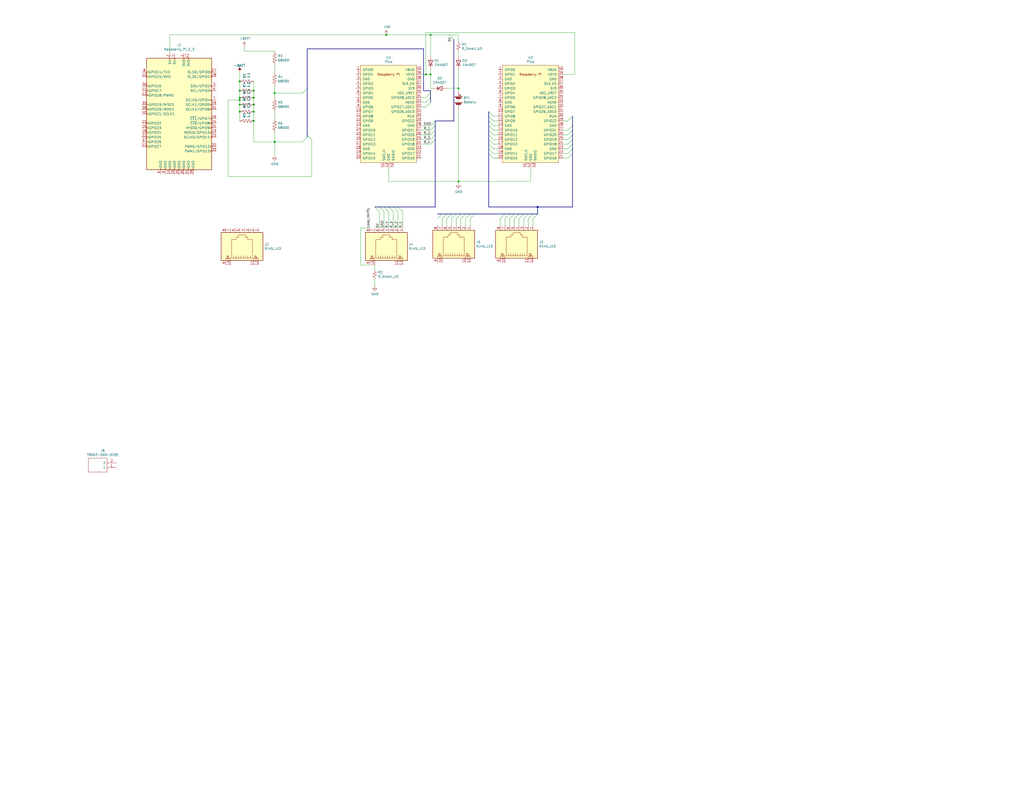
<source format=kicad_sch>
(kicad_sch (version 20211123) (generator eeschema)
  (paper "C")
  (lib_symbols
    (symbol "Connector:RJ45_LED" (pin_names (offset 1.016))
      (property "Reference" "J" (at -5.08 13.97 0))
      (property "Value" "RJ45_LED" (at 1.27 13.97 0))
      (symbol "RJ45_LED_0_1"
        (polyline (pts (xy -7.62 -7.62) (xy -6.35 -7.62)))
        (polyline (pts (xy -7.62 -5.08) (xy -6.35 -5.08)))
        (polyline (pts (xy -7.62 7.62) (xy -6.35 7.62)))
        (polyline (pts (xy -7.62 10.16) (xy -6.35 10.16)))
        (polyline (pts (xy -6.858 -5.842) (xy -5.842 -5.842)))
        (polyline (pts (xy -6.858 9.398) (xy -5.842 9.398)))
        (polyline (pts (xy -6.35 -7.62) (xy -6.35 -6.858)))
        (polyline (pts (xy -6.35 -5.08) (xy -6.35 -5.842)))
        (polyline (pts (xy -6.35 7.62) (xy -6.35 8.382)))
        (polyline (pts (xy -6.35 10.16) (xy -6.35 9.398)))
        (polyline (pts (xy -5.08 -6.223) (xy -5.207 -6.604)))
        (polyline (pts (xy -5.08 -5.588) (xy -5.207 -5.969)))
        (polyline (pts (xy -5.08 4.445) (xy -6.35 4.445)))
        (polyline (pts (xy -5.08 5.715) (xy -6.35 5.715)))
        (polyline (pts (xy -5.08 9.017) (xy -5.207 8.636)))
        (polyline (pts (xy -5.08 9.652) (xy -5.207 9.271)))
        (polyline (pts (xy -6.35 -3.175) (xy -5.08 -3.175) (xy -5.08 -3.175)))
        (polyline (pts (xy -6.35 -1.905) (xy -5.08 -1.905) (xy -5.08 -1.905)))
        (polyline (pts (xy -6.35 -0.635) (xy -5.08 -0.635) (xy -5.08 -0.635)))
        (polyline (pts (xy -6.35 0.635) (xy -5.08 0.635) (xy -5.08 0.635)))
        (polyline (pts (xy -6.35 1.905) (xy -5.08 1.905) (xy -5.08 1.905)))
        (polyline (pts (xy -5.588 -6.731) (xy -5.08 -6.223) (xy -5.461 -6.35)))
        (polyline (pts (xy -5.588 -6.096) (xy -5.08 -5.588) (xy -5.461 -5.715)))
        (polyline (pts (xy -5.588 8.509) (xy -5.08 9.017) (xy -5.461 8.89)))
        (polyline (pts (xy -5.588 9.144) (xy -5.08 9.652) (xy -5.461 9.525)))
        (polyline (pts (xy -5.08 3.175) (xy -6.35 3.175) (xy -6.35 3.175)))
        (polyline (pts (xy -6.35 -5.842) (xy -6.858 -6.858) (xy -5.842 -6.858) (xy -6.35 -5.842)))
        (polyline (pts (xy -6.35 9.398) (xy -6.858 8.382) (xy -5.842 8.382) (xy -6.35 9.398)))
        (polyline (pts (xy -6.35 -4.445) (xy -6.35 6.985) (xy 3.81 6.985) (xy 3.81 4.445) (xy 5.08 4.445) (xy 5.08 3.175) (xy 6.35 3.175) (xy 6.35 -0.635) (xy 5.08 -0.635) (xy 5.08 -1.905) (xy 3.81 -1.905) (xy 3.81 -4.445) (xy -6.35 -4.445) (xy -6.35 -4.445)))
        (rectangle (start 7.62 12.7) (end -7.62 -10.16) (stroke (width 0.254)) (fill (type background)))
      )
      (symbol "RJ45_LED_1_1"
        (pin passive line (at 10.16 -7.62 180) (length 2.54) (name "~") (number "1"))
        (pin passive line (at -10.16 7.62 0) (length 2.54) (name "~") (number "10"))
        (pin passive line (at -10.16 -5.08 0) (length 2.54) (name "~") (number "11"))
        (pin passive line (at -10.16 -7.62 0) (length 2.54) (name "~") (number "12"))
        (pin passive line (at 10.16 -5.08 180) (length 2.54) (name "~") (number "2"))
        (pin passive line (at 10.16 -2.54 180) (length 2.54) (name "~") (number "3"))
        (pin passive line (at 10.16 0 180) (length 2.54) (name "~") (number "4"))
        (pin passive line (at 10.16 2.54 180) (length 2.54) (name "~") (number "5"))
        (pin passive line (at 10.16 5.08 180) (length 2.54) (name "~") (number "6"))
        (pin passive line (at 10.16 7.62 180) (length 2.54) (name "~") (number "7"))
        (pin passive line (at 10.16 10.16 180) (length 2.54) (name "~") (number "8"))
        (pin passive line (at -10.16 10.16 0) (length 2.54) (name "~") (number "9"))
      )
    )
    (symbol "Connector:Raspberry_Pi_2_3" (pin_names (offset 1.016))
      (property "Reference" "J" (at -17.78 31.75 0))
      (property "Value" "Raspberry_Pi_2_3" (at 10.16 -31.75 0))
      (symbol "Raspberry_Pi_2_3_0_1"
        (rectangle (start -17.78 30.48) (end 17.78 -30.48) (stroke (width 0.254)) (fill (type background)))
      )
      (symbol "Raspberry_Pi_2_3_1_1"
        (rectangle (start -16.891 -17.526) (end -17.78 -18.034))
        (rectangle (start -16.891 -14.986) (end -17.78 -15.494))
        (rectangle (start -16.891 -12.446) (end -17.78 -12.954))
        (rectangle (start -16.891 -9.906) (end -17.78 -10.414))
        (rectangle (start -16.891 -7.366) (end -17.78 -7.874))
        (rectangle (start -16.891 -4.826) (end -17.78 -5.334))
        (rectangle (start -16.891 0.254) (end -17.78 -0.254))
        (rectangle (start -16.891 2.794) (end -17.78 2.286))
        (rectangle (start -16.891 5.334) (end -17.78 4.826))
        (rectangle (start -16.891 10.414) (end -17.78 9.906))
        (rectangle (start -16.891 12.954) (end -17.78 12.446))
        (rectangle (start -16.891 15.494) (end -17.78 14.986))
        (rectangle (start -16.891 20.574) (end -17.78 20.066))
        (rectangle (start -16.891 23.114) (end -17.78 22.606))
        (rectangle (start -10.414 -29.591) (end -9.906 -30.48))
        (rectangle (start -7.874 -29.591) (end -7.366 -30.48))
        (rectangle (start -5.334 -29.591) (end -4.826 -30.48))
        (rectangle (start -5.334 30.48) (end -4.826 29.591))
        (rectangle (start -2.794 -29.591) (end -2.286 -30.48))
        (rectangle (start -2.794 30.48) (end -2.286 29.591))
        (rectangle (start -0.254 -29.591) (end 0.254 -30.48))
        (rectangle (start 2.286 -29.591) (end 2.794 -30.48))
        (rectangle (start 2.286 30.48) (end 2.794 29.591))
        (rectangle (start 4.826 -29.591) (end 5.334 -30.48))
        (rectangle (start 4.826 30.48) (end 5.334 29.591))
        (rectangle (start 7.366 -29.591) (end 7.874 -30.48))
        (rectangle (start 17.78 -20.066) (end 16.891 -20.574))
        (rectangle (start 17.78 -17.526) (end 16.891 -18.034))
        (rectangle (start 17.78 -12.446) (end 16.891 -12.954))
        (rectangle (start 17.78 -9.906) (end 16.891 -10.414))
        (rectangle (start 17.78 -7.366) (end 16.891 -7.874))
        (rectangle (start 17.78 -4.826) (end 16.891 -5.334))
        (rectangle (start 17.78 -2.286) (end 16.891 -2.794))
        (rectangle (start 17.78 2.794) (end 16.891 2.286))
        (rectangle (start 17.78 5.334) (end 16.891 4.826))
        (rectangle (start 17.78 7.874) (end 16.891 7.366))
        (rectangle (start 17.78 12.954) (end 16.891 12.446))
        (rectangle (start 17.78 15.494) (end 16.891 14.986))
        (rectangle (start 17.78 20.574) (end 16.891 20.066))
        (rectangle (start 17.78 23.114) (end 16.891 22.606))
        (pin power_in line (at 2.54 33.02 270) (length 2.54) (name "3V3") (number "1"))
        (pin bidirectional line (at -20.32 20.32 0) (length 2.54) (name "GPIO15/RXD") (number "10"))
        (pin bidirectional line (at -20.32 12.7 0) (length 2.54) (name "GPIO17") (number "11"))
        (pin bidirectional line (at -20.32 10.16 0) (length 2.54) (name "GPIO18/PWM0") (number "12"))
        (pin bidirectional line (at -20.32 -17.78 0) (length 2.54) (name "GPIO27") (number "13"))
        (pin power_in line (at -5.08 -33.02 90) (length 2.54) (name "GND") (number "14"))
        (pin bidirectional line (at -20.32 -5.08 0) (length 2.54) (name "GPIO22") (number "15"))
        (pin bidirectional line (at -20.32 -7.62 0) (length 2.54) (name "GPIO23") (number "16"))
        (pin power_in line (at 5.08 33.02 270) (length 2.54) (name "3V3") (number "17"))
        (pin bidirectional line (at -20.32 -10.16 0) (length 2.54) (name "GPIO24") (number "18"))
        (pin bidirectional line (at 20.32 -10.16 180) (length 2.54) (name "MOSI0/GPIO10") (number "19"))
        (pin power_in line (at -5.08 33.02 270) (length 2.54) (name "5V") (number "2"))
        (pin power_in line (at -2.54 -33.02 90) (length 2.54) (name "GND") (number "20"))
        (pin bidirectional line (at 20.32 -7.62 180) (length 2.54) (name "MISO0/GPIO9") (number "21"))
        (pin bidirectional line (at -20.32 -12.7 0) (length 2.54) (name "GPIO25") (number "22"))
        (pin bidirectional line (at 20.32 -12.7 180) (length 2.54) (name "SCLK0/GPIO11") (number "23"))
        (pin bidirectional line (at 20.32 -5.08 180) (length 2.54) (name "~{CE0}/GPIO8") (number "24"))
        (pin power_in line (at 0 -33.02 90) (length 2.54) (name "GND") (number "25"))
        (pin bidirectional line (at 20.32 -2.54 180) (length 2.54) (name "~{CE1}/GPIO7") (number "26"))
        (pin bidirectional line (at 20.32 22.86 180) (length 2.54) (name "ID_SD/GPIO0") (number "27"))
        (pin bidirectional line (at 20.32 20.32 180) (length 2.54) (name "ID_SC/GPIO1") (number "28"))
        (pin bidirectional line (at 20.32 5.08 180) (length 2.54) (name "GCLK1/GPIO5") (number "29"))
        (pin bidirectional line (at 20.32 15.24 180) (length 2.54) (name "SDA/GPIO2") (number "3"))
        (pin power_in line (at 2.54 -33.02 90) (length 2.54) (name "GND") (number "30"))
        (pin bidirectional line (at 20.32 2.54 180) (length 2.54) (name "GCLK2/GPIO6") (number "31"))
        (pin bidirectional line (at 20.32 -17.78 180) (length 2.54) (name "PWM0/GPIO12") (number "32"))
        (pin bidirectional line (at 20.32 -20.32 180) (length 2.54) (name "PWM1/GPIO13") (number "33"))
        (pin power_in line (at 5.08 -33.02 90) (length 2.54) (name "GND") (number "34"))
        (pin bidirectional line (at -20.32 5.08 0) (length 2.54) (name "GPIO19/MISO1") (number "35"))
        (pin bidirectional line (at -20.32 15.24 0) (length 2.54) (name "GPIO16") (number "36"))
        (pin bidirectional line (at -20.32 -15.24 0) (length 2.54) (name "GPIO26") (number "37"))
        (pin bidirectional line (at -20.32 2.54 0) (length 2.54) (name "GPIO20/MOSI1") (number "38"))
        (pin power_in line (at 7.62 -33.02 90) (length 2.54) (name "GND") (number "39"))
        (pin power_in line (at -2.54 33.02 270) (length 2.54) (name "5V") (number "4"))
        (pin bidirectional line (at -20.32 0 0) (length 2.54) (name "GPIO21/SCLK1") (number "40"))
        (pin bidirectional line (at 20.32 12.7 180) (length 2.54) (name "SCL/GPIO3") (number "5"))
        (pin power_in line (at -10.16 -33.02 90) (length 2.54) (name "GND") (number "6"))
        (pin bidirectional line (at 20.32 7.62 180) (length 2.54) (name "GCLK0/GPIO4") (number "7"))
        (pin bidirectional line (at -20.32 22.86 0) (length 2.54) (name "GPIO14/TXD") (number "8"))
        (pin power_in line (at -7.62 -33.02 90) (length 2.54) (name "GND") (number "9"))
      )
    )
    (symbol "Device:Battery" (pin_numbers hide) (pin_names (offset 0) hide)
      (property "Reference" "BT" (at 2.54 2.54 0))
      (property "Value" "Battery" (at 2.54 0 0))
      (symbol "Battery_0_1"
        (rectangle (start -2.032 -1.397) (end 2.032 -1.651) (fill (type outline)))
        (rectangle (start -2.032 1.778) (end 2.032 1.524) (fill (type outline)))
        (rectangle (start -1.3208 -1.9812) (end 1.27 -2.4892) (fill (type outline)))
        (rectangle (start -1.3208 1.1938) (end 1.27 0.6858) (fill (type outline)))
        (polyline (pts (xy 0 -1.524) (xy 0 -1.27)))
        (polyline (pts (xy 0 -1.016) (xy 0 -0.762)))
        (polyline (pts (xy 0 -0.508) (xy 0 -0.254)))
        (polyline (pts (xy 0 0) (xy 0 0.254)))
        (polyline (pts (xy 0 0.508) (xy 0 0.762)))
        (polyline (pts (xy 0 1.778) (xy 0 2.54)))
        (polyline (pts (xy 0.254 2.667) (xy 1.27 2.667)) (stroke (width 0.254)))
        (polyline (pts (xy 0.762 3.175) (xy 0.762 2.159)) (stroke (width 0.254)))
      )
      (symbol "Battery_1_1"
        (pin passive line (at 0 5.08 270) (length 2.54) (name "+") (number "1"))
        (pin passive line (at 0 -5.08 90) (length 2.54) (name "-") (number "2"))
      )
    )
    (symbol "Device:R_Small_US" (pin_numbers hide) (pin_names (offset 0.254) hide)
      (property "Reference" "R" (at 0.762 0.508 0))
      (property "Value" "R_Small_US" (at 0.762 -1.016 0))
      (symbol "R_Small_US_1_1"
        (polyline (pts (xy 0 0) (xy 1.016 -0.381) (xy 0 -0.762) (xy -1.016 -1.143) (xy 0 -1.524)))
        (polyline (pts (xy 0 1.524) (xy 1.016 1.143) (xy 0 0.762) (xy -1.016 0.381) (xy 0 0)))
        (pin passive line (at 0 2.54 270) (length 1.016) (name "~") (number "1"))
        (pin passive line (at 0 -2.54 90) (length 1.016) (name "~") (number "2"))
      )
    )
    (symbol "Device:R_US" (pin_numbers hide) (pin_names (offset 0))
      (property "Reference" "R" (at 2.54 0 90))
      (property "Value" "R_US" (at -2.54 0 90))
      (symbol "R_US_0_1"
        (polyline (pts (xy 0 -2.286) (xy 0 -2.54)))
        (polyline (pts (xy 0 2.286) (xy 0 2.54)))
        (polyline (pts (xy 0 -0.762) (xy 1.016 -1.143) (xy 0 -1.524) (xy -1.016 -1.905) (xy 0 -2.286)))
        (polyline (pts (xy 0 0.762) (xy 1.016 0.381) (xy 0 0) (xy -1.016 -0.381) (xy 0 -0.762)))
        (polyline (pts (xy 0 2.286) (xy 1.016 1.905) (xy 0 1.524) (xy -1.016 1.143) (xy 0 0.762)))
      )
      (symbol "R_US_1_1"
        (pin passive line (at 0 3.81 270) (length 1.27) (name "~") (number "1"))
        (pin passive line (at 0 -3.81 90) (length 1.27) (name "~") (number "2"))
      )
    )
    (symbol "Diode:1N4007" (pin_numbers hide) (pin_names (offset 1.016) hide)
      (property "Reference" "D" (at 0 2.54 0))
      (property "Value" "1N4007" (at 0 -2.54 0))
      (symbol "1N4007_0_1"
        (polyline (pts (xy -1.27 1.27) (xy -1.27 -1.27)) (stroke (width 0.254)))
        (polyline (pts (xy 1.27 0) (xy -1.27 0)))
        (polyline (pts (xy 1.27 1.27) (xy 1.27 -1.27) (xy -1.27 0) (xy 1.27 1.27)) (stroke (width 0.254)))
      )
      (symbol "1N4007_1_1"
        (pin passive line (at -3.81 0 0) (length 2.54) (name "K") (number "1"))
        (pin passive line (at 3.81 0 180) (length 2.54) (name "A") (number "2"))
      )
    )
    (symbol "power:+5V" (power) (pin_names (offset 0))
      (property "Value" "+5V" (at 0 3.556 0))
      (symbol "+5V_0_1"
        (polyline (pts (xy -0.762 1.27) (xy 0 2.54)))
        (polyline (pts (xy 0 0) (xy 0 2.54)))
        (polyline (pts (xy 0 2.54) (xy 0.762 1.27)))
      )
      (symbol "+5V_1_1"
        (pin power_in line (at 0 0 90) (length 0) hide (name "+5V") (number "1"))
      )
    )
    (symbol "power:+BATT" (power) (pin_names (offset 0))
      (property "Value" "+BATT" (at 0 3.556 0))
      (symbol "+BATT_0_1"
        (polyline (pts (xy -0.762 1.27) (xy 0 2.54)))
        (polyline (pts (xy 0 0) (xy 0 2.54)))
        (polyline (pts (xy 0 2.54) (xy 0.762 1.27)))
      )
      (symbol "+BATT_1_1"
        (pin power_in line (at 0 0 90) (length 0) hide (name "+BATT") (number "1"))
      )
    )
    (symbol "power:-BATT" (power) (pin_names (offset 0))
      (property "Value" "-BATT" (at 0 3.556 0))
      (symbol "-BATT_0_1"
        (polyline (pts (xy 0 0) (xy 0 2.54)))
        (polyline (pts (xy 0.762 1.27) (xy -0.762 1.27) (xy 0 2.54) (xy 0.762 1.27)) (fill (type outline)))
      )
      (symbol "-BATT_1_1"
        (pin power_in line (at 0 0 90) (length 0) hide (name "-BATT") (number "1"))
      )
    )
    (symbol "power:GND" (power) (pin_names (offset 0))
      (property "Value" "GND" (at 0 -3.81 0))
      (symbol "GND_0_1"
        (polyline (pts (xy 0 0) (xy 0 -1.27) (xy 1.27 -1.27) (xy 0 -2.54) (xy -1.27 -1.27) (xy 0 -1.27)))
      )
      (symbol "GND_1_1"
        (pin power_in line (at 0 0 270) (length 0) hide (name "GND") (number "1"))
      )
    )
    (symbol "powerboard-rescue:Pico-Raspi_Pico" (pin_names (offset 1.016))
      (property "Reference" "U" (at -13.97 27.94 0))
      (property "Value" "Pico-Raspi_Pico" (at 0 19.05 0))
      (symbol "Pico-Raspi_Pico_0_0"
        (text "Raspberry Pi" (at 0 21.59 0) (effects (font (size 1.27 1.27))))
      )
      (symbol "Pico-Raspi_Pico_0_1"
        (rectangle (start -15.24 26.67) (end 15.24 -26.67) (fill (type background)))
      )
      (symbol "Pico-Raspi_Pico_1_1"
        (pin bidirectional line (at -17.78 24.13 0) (length 2.54) (name "GPIO0") (number "1"))
        (pin bidirectional line (at -17.78 1.27 0) (length 2.54) (name "GPIO7") (number "10"))
        (pin bidirectional line (at -17.78 -1.27 0) (length 2.54) (name "GPIO8") (number "11"))
        (pin bidirectional line (at -17.78 -3.81 0) (length 2.54) (name "GPIO9") (number "12"))
        (pin power_in line (at -17.78 -6.35 0) (length 2.54) (name "GND") (number "13"))
        (pin bidirectional line (at -17.78 -8.89 0) (length 2.54) (name "GPIO10") (number "14"))
        (pin bidirectional line (at -17.78 -11.43 0) (length 2.54) (name "GPIO11") (number "15"))
        (pin bidirectional line (at -17.78 -13.97 0) (length 2.54) (name "GPIO12") (number "16"))
        (pin bidirectional line (at -17.78 -16.51 0) (length 2.54) (name "GPIO13") (number "17"))
        (pin power_in line (at -17.78 -19.05 0) (length 2.54) (name "GND") (number "18"))
        (pin bidirectional line (at -17.78 -21.59 0) (length 2.54) (name "GPIO14") (number "19"))
        (pin bidirectional line (at -17.78 21.59 0) (length 2.54) (name "GPIO1") (number "2"))
        (pin bidirectional line (at -17.78 -24.13 0) (length 2.54) (name "GPIO15") (number "20"))
        (pin bidirectional line (at 17.78 -24.13 180) (length 2.54) (name "GPIO16") (number "21"))
        (pin bidirectional line (at 17.78 -21.59 180) (length 2.54) (name "GPIO17") (number "22"))
        (pin power_in line (at 17.78 -19.05 180) (length 2.54) (name "GND") (number "23"))
        (pin bidirectional line (at 17.78 -16.51 180) (length 2.54) (name "GPIO18") (number "24"))
        (pin bidirectional line (at 17.78 -13.97 180) (length 2.54) (name "GPIO19") (number "25"))
        (pin bidirectional line (at 17.78 -11.43 180) (length 2.54) (name "GPIO20") (number "26"))
        (pin bidirectional line (at 17.78 -8.89 180) (length 2.54) (name "GPIO21") (number "27"))
        (pin power_in line (at 17.78 -6.35 180) (length 2.54) (name "GND") (number "28"))
        (pin bidirectional line (at 17.78 -3.81 180) (length 2.54) (name "GPIO22") (number "29"))
        (pin power_in line (at -17.78 19.05 0) (length 2.54) (name "GND") (number "3"))
        (pin input line (at 17.78 -1.27 180) (length 2.54) (name "RUN") (number "30"))
        (pin bidirectional line (at 17.78 1.27 180) (length 2.54) (name "GPIO26_ADC0") (number "31"))
        (pin bidirectional line (at 17.78 3.81 180) (length 2.54) (name "GPIO27_ADC1") (number "32"))
        (pin power_in line (at 17.78 6.35 180) (length 2.54) (name "AGND") (number "33"))
        (pin bidirectional line (at 17.78 8.89 180) (length 2.54) (name "GPIO28_ADC2") (number "34"))
        (pin unspecified line (at 17.78 11.43 180) (length 2.54) (name "ADC_VREF") (number "35"))
        (pin unspecified line (at 17.78 13.97 180) (length 2.54) (name "3V3") (number "36"))
        (pin input line (at 17.78 16.51 180) (length 2.54) (name "3V3_EN") (number "37"))
        (pin bidirectional line (at 17.78 19.05 180) (length 2.54) (name "GND") (number "38"))
        (pin unspecified line (at 17.78 21.59 180) (length 2.54) (name "VSYS") (number "39"))
        (pin bidirectional line (at -17.78 16.51 0) (length 2.54) (name "GPIO2") (number "4"))
        (pin unspecified line (at 17.78 24.13 180) (length 2.54) (name "VBUS") (number "40"))
        (pin input line (at -2.54 -29.21 90) (length 2.54) (name "SWCLK") (number "41"))
        (pin power_in line (at 0 -29.21 90) (length 2.54) (name "GND") (number "42"))
        (pin bidirectional line (at 2.54 -29.21 90) (length 2.54) (name "SWDIO") (number "43"))
        (pin bidirectional line (at -17.78 13.97 0) (length 2.54) (name "GPIO3") (number "5"))
        (pin bidirectional line (at -17.78 11.43 0) (length 2.54) (name "GPIO4") (number "6"))
        (pin bidirectional line (at -17.78 8.89 0) (length 2.54) (name "GPIO5") (number "7"))
        (pin power_in line (at -17.78 6.35 0) (length 2.54) (name "GND") (number "8"))
        (pin bidirectional line (at -17.78 3.81 0) (length 2.54) (name "GPIO6") (number "9"))
      )
    )
    (symbol "powerboard-rescue:TB002-500-02BE-imported" (pin_names (offset 0.762))
      (property "Reference" "J" (at 16.51 7.62 0))
      (property "Value" "TB002-500-02BE-imported" (at 16.51 5.08 0))
      (symbol "TB002-500-02BE-imported_0_0"
        (pin passive line (at 0 0 0) (length 5.08) (name "1") (number "1"))
        (pin passive line (at 0 -2.54 0) (length 5.08) (name "2") (number "2"))
      )
      (symbol "TB002-500-02BE-imported_0_1"
        (polyline (pts (xy 5.08 2.54) (xy 15.24 2.54) (xy 15.24 -5.08) (xy 5.08 -5.08) (xy 5.08 2.54)) (stroke (width 0.1524)))
      )
    )
  )
  (junction (at 130.81 49.53))
  (junction (at 293.37 113.03))
  (junction (at 130.81 57.15))
  (junction (at 149.86 77.47))
  (junction (at 130.81 60.96))
  (junction (at 232.41 40.64))
  (junction (at 138.43 49.53))
  (junction (at 234.95 19.05))
  (junction (at 210.82 19.05))
  (junction (at 138.43 66.04))
  (junction (at 149.86 50.8))
  (junction (at 234.95 40.64))
  (junction (at 250.19 99.06))
  (junction (at 250.19 48.26))
  (junction (at 130.81 53.34))
  (junction (at 138.43 60.96))
  (junction (at 138.43 57.15))
  (junction (at 130.81 44.45))
  (junction (at 138.43 53.34))
  (junction (at 130.81 54.61))
  (bus_entry (at 234.95 53.34) (size -2.54 2.54))
  (bus_entry (at 214.63 113.03) (size 2.54 2.54))
  (bus_entry (at 312.42 76.2) (size -2.54 2.54))
  (bus_entry (at 312.42 68.58) (size -2.54 2.54))
  (bus_entry (at 266.7 83.82) (size 2.54 2.54))
  (bus_entry (at 209.55 113.03) (size 2.54 2.54))
  (bus_entry (at 266.7 63.5) (size 2.54 2.54))
  (bus_entry (at 266.7 73.66) (size 2.54 2.54))
  (bus_entry (at 241.3 116.84) (size -2.54 2.54))
  (bus_entry (at 247.65 21.59) (size -2.54 -2.54))
  (bus_entry (at 312.42 83.82) (size -2.54 2.54))
  (bus_entry (at 290.83 116.84) (size -2.54 2.54))
  (bus_entry (at 237.49 76.2) (size -2.54 2.54))
  (bus_entry (at 283.21 116.84) (size -2.54 2.54))
  (bus_entry (at 312.42 71.12) (size -2.54 2.54))
  (bus_entry (at 237.49 73.66) (size -2.54 2.54))
  (bus_entry (at 212.09 113.03) (size 2.54 2.54))
  (bus_entry (at 259.08 116.84) (size -2.54 2.54))
  (bus_entry (at 312.42 73.66) (size -2.54 2.54))
  (bus_entry (at 237.49 68.58) (size -2.54 2.54))
  (bus_entry (at 234.95 50.8) (size -2.54 2.54))
  (bus_entry (at 280.67 116.84) (size -2.54 2.54))
  (bus_entry (at 248.92 116.84) (size -2.54 2.54))
  (bus_entry (at 266.7 68.58) (size 2.54 2.54))
  (bus_entry (at 293.37 116.84) (size -2.54 2.54))
  (bus_entry (at 232.41 58.42) (size 2.54 -2.54))
  (bus_entry (at 312.42 63.5) (size -2.54 2.54))
  (bus_entry (at 243.84 116.84) (size -2.54 2.54))
  (bus_entry (at 266.7 60.96) (size 2.54 2.54))
  (bus_entry (at 204.47 113.03) (size 2.54 2.54))
  (bus_entry (at 266.7 66.04) (size 2.54 2.54))
  (bus_entry (at 312.42 78.74) (size -2.54 2.54))
  (bus_entry (at 246.38 116.84) (size -2.54 2.54))
  (bus_entry (at 266.7 81.28) (size 2.54 2.54))
  (bus_entry (at 278.13 116.84) (size -2.54 2.54))
  (bus_entry (at 266.7 76.2) (size 2.54 2.54))
  (bus_entry (at 167.64 73.66) (size 2.54 2.54))
  (bus_entry (at 288.29 116.84) (size -2.54 2.54))
  (bus_entry (at 237.49 71.12) (size -2.54 2.54))
  (bus_entry (at 167.64 74.93) (size -2.54 2.54))
  (bus_entry (at 254 116.84) (size -2.54 2.54))
  (bus_entry (at 266.7 78.74) (size 2.54 2.54))
  (bus_entry (at 266.7 71.12) (size 2.54 2.54))
  (bus_entry (at 285.75 116.84) (size -2.54 2.54))
  (bus_entry (at 237.49 66.04) (size -2.54 2.54))
  (bus_entry (at 167.64 48.26) (size -2.54 2.54))
  (bus_entry (at 312.42 81.28) (size -2.54 2.54))
  (bus_entry (at 217.17 113.03) (size 2.54 2.54))
  (bus_entry (at 251.46 116.84) (size -2.54 2.54))
  (bus_entry (at 275.59 116.84) (size -2.54 2.54))
  (bus_entry (at 207.01 113.03) (size 2.54 2.54))
  (bus_entry (at 256.54 116.84) (size -2.54 2.54))
  (wire (pts (xy 309.88 76.2) (xy 307.34 76.2)))
  (wire (pts (xy 138.43 44.45) (xy 138.43 49.53)))
  (wire (pts (xy 130.81 49.53) (xy 130.81 44.45)))
  (wire (pts (xy 149.86 53.34) (xy 149.86 50.8)))
  (bus (pts (xy 234.95 49.53) (xy 231.14 49.53)))
  (bus (pts (xy 231.14 49.53) (xy 231.14 26.67)))
  (bus (pts (xy 266.7 63.5) (xy 266.7 66.04)))
  (bus (pts (xy 280.67 116.84) (xy 283.21 116.84)))
  (wire (pts (xy 248.92 123.19) (xy 248.92 119.38)))
  (wire (pts (xy 307.34 83.82) (xy 309.88 83.82)))
  (wire (pts (xy 289.56 99.06) (xy 289.56 91.44)))
  (wire (pts (xy 275.59 123.19) (xy 275.59 119.38)))
  (bus (pts (xy 237.49 68.58) (xy 237.49 71.12)))
  (wire (pts (xy 307.34 73.66) (xy 309.88 73.66)))
  (bus (pts (xy 266.7 68.58) (xy 266.7 71.12)))
  (wire (pts (xy 149.86 39.37) (xy 149.86 35.56)))
  (wire (pts (xy 149.86 72.39) (xy 149.86 77.47)))
  (wire (pts (xy 165.1 50.8) (xy 149.86 50.8)))
  (bus (pts (xy 266.7 78.74) (xy 266.7 81.28)))
  (wire (pts (xy 229.87 71.12) (xy 234.95 71.12)))
  (bus (pts (xy 246.38 116.84) (xy 248.92 116.84)))
  (wire (pts (xy 256.54 123.19) (xy 256.54 119.38)))
  (wire (pts (xy 217.17 124.46) (xy 217.17 115.57)))
  (wire (pts (xy 271.78 86.36) (xy 269.24 86.36)))
  (bus (pts (xy 259.08 116.84) (xy 275.59 116.84)))
  (wire (pts (xy 250.19 49.53) (xy 250.19 48.26)))
  (wire (pts (xy 124.46 96.52) (xy 124.46 54.61)))
  (wire (pts (xy 133.35 27.94) (xy 133.35 25.4)))
  (wire (pts (xy 283.21 123.19) (xy 283.21 119.38)))
  (wire (pts (xy 250.19 99.06) (xy 289.56 99.06)))
  (wire (pts (xy 130.81 54.61) (xy 130.81 53.34)))
  (wire (pts (xy 196.85 144.78) (xy 196.85 124.46)))
  (wire (pts (xy 149.86 64.77) (xy 149.86 60.96)))
  (wire (pts (xy 234.95 19.05) (xy 245.11 19.05)))
  (wire (pts (xy 229.87 78.74) (xy 234.95 78.74)))
  (bus (pts (xy 248.92 116.84) (xy 251.46 116.84)))
  (wire (pts (xy 229.87 53.34) (xy 232.41 53.34)))
  (wire (pts (xy 204.47 152.4) (xy 204.47 156.21)))
  (wire (pts (xy 243.84 119.38) (xy 243.84 123.19)))
  (bus (pts (xy 266.7 76.2) (xy 266.7 78.74)))
  (wire (pts (xy 234.95 48.26) (xy 236.22 48.26)))
  (wire (pts (xy 288.29 123.19) (xy 288.29 119.38)))
  (wire (pts (xy 232.41 55.88) (xy 229.87 55.88)))
  (bus (pts (xy 266.7 71.12) (xy 266.7 73.66)))
  (wire (pts (xy 309.88 81.28) (xy 307.34 81.28)))
  (wire (pts (xy 232.41 40.64) (xy 232.41 17.78)))
  (wire (pts (xy 232.41 40.64) (xy 234.95 40.64)))
  (wire (pts (xy 234.95 40.64) (xy 234.95 48.26)))
  (bus (pts (xy 312.42 78.74) (xy 312.42 81.28)))
  (wire (pts (xy 219.71 124.46) (xy 219.71 115.57)))
  (wire (pts (xy 232.41 17.78) (xy 313.69 17.78)))
  (bus (pts (xy 247.65 66.04) (xy 247.65 21.59)))
  (wire (pts (xy 149.86 27.94) (xy 133.35 27.94)))
  (bus (pts (xy 312.42 83.82) (xy 312.42 113.03)))
  (bus (pts (xy 212.09 113.03) (xy 214.63 113.03)))
  (wire (pts (xy 149.86 77.47) (xy 149.86 85.09)))
  (bus (pts (xy 234.95 49.53) (xy 234.95 50.8)))
  (wire (pts (xy 138.43 49.53) (xy 138.43 53.34)))
  (wire (pts (xy 250.19 38.1) (xy 250.19 48.26)))
  (bus (pts (xy 293.37 113.03) (xy 266.7 113.03)))
  (wire (pts (xy 207.01 115.57) (xy 207.01 124.46)))
  (wire (pts (xy 251.46 123.19) (xy 251.46 119.38)))
  (wire (pts (xy 269.24 68.58) (xy 271.78 68.58)))
  (wire (pts (xy 245.11 19.05) (xy 250.19 19.05)))
  (wire (pts (xy 170.18 76.2) (xy 170.18 96.52)))
  (wire (pts (xy 254 123.19) (xy 254 119.38)))
  (wire (pts (xy 210.82 19.05) (xy 92.71 19.05)))
  (bus (pts (xy 214.63 113.03) (xy 217.17 113.03)))
  (wire (pts (xy 271.78 76.2) (xy 269.24 76.2)))
  (wire (pts (xy 313.69 40.64) (xy 307.34 40.64)))
  (bus (pts (xy 237.49 66.04) (xy 247.65 66.04)))
  (wire (pts (xy 250.19 59.69) (xy 250.19 99.06)))
  (wire (pts (xy 307.34 78.74) (xy 309.88 78.74)))
  (bus (pts (xy 254 116.84) (xy 256.54 116.84)))
  (bus (pts (xy 288.29 116.84) (xy 290.83 116.84)))
  (wire (pts (xy 138.43 53.34) (xy 138.43 57.15)))
  (wire (pts (xy 130.81 53.34) (xy 130.81 49.53)))
  (bus (pts (xy 237.49 71.12) (xy 237.49 73.66)))
  (wire (pts (xy 271.78 66.04) (xy 269.24 66.04)))
  (bus (pts (xy 167.64 48.26) (xy 167.64 73.66)))
  (wire (pts (xy 250.19 30.48) (xy 250.19 27.94)))
  (wire (pts (xy 209.55 115.57) (xy 209.55 124.46)))
  (wire (pts (xy 229.87 58.42) (xy 232.41 58.42)))
  (bus (pts (xy 207.01 113.03) (xy 209.55 113.03)))
  (bus (pts (xy 167.64 73.66) (xy 167.64 74.93)))
  (wire (pts (xy 201.93 144.78) (xy 196.85 144.78)))
  (wire (pts (xy 138.43 66.04) (xy 138.43 77.47)))
  (wire (pts (xy 170.18 96.52) (xy 124.46 96.52)))
  (bus (pts (xy 266.7 60.96) (xy 266.7 63.5)))
  (bus (pts (xy 312.42 73.66) (xy 312.42 76.2)))
  (bus (pts (xy 266.7 66.04) (xy 266.7 68.58)))
  (bus (pts (xy 243.84 116.84) (xy 246.38 116.84)))
  (wire (pts (xy 307.34 66.04) (xy 309.88 66.04)))
  (wire (pts (xy 138.43 77.47) (xy 149.86 77.47)))
  (bus (pts (xy 275.59 116.84) (xy 278.13 116.84)))
  (wire (pts (xy 196.85 124.46) (xy 201.93 124.46)))
  (wire (pts (xy 278.13 123.19) (xy 278.13 119.38)))
  (wire (pts (xy 92.71 19.05) (xy 92.71 29.21)))
  (wire (pts (xy 250.19 99.06) (xy 212.09 99.06)))
  (wire (pts (xy 130.81 39.37) (xy 130.81 44.45)))
  (wire (pts (xy 285.75 123.19) (xy 285.75 119.38)))
  (bus (pts (xy 293.37 113.03) (xy 293.37 116.84)))
  (wire (pts (xy 149.86 77.47) (xy 165.1 77.47)))
  (wire (pts (xy 130.81 66.04) (xy 130.81 60.96)))
  (bus (pts (xy 285.75 116.84) (xy 288.29 116.84)))
  (wire (pts (xy 269.24 63.5) (xy 271.78 63.5)))
  (bus (pts (xy 251.46 116.84) (xy 254 116.84)))
  (wire (pts (xy 229.87 40.64) (xy 232.41 40.64)))
  (wire (pts (xy 149.86 50.8) (xy 149.86 46.99)))
  (wire (pts (xy 229.87 73.66) (xy 234.95 73.66)))
  (wire (pts (xy 138.43 60.96) (xy 138.43 66.04)))
  (wire (pts (xy 309.88 71.12) (xy 307.34 71.12)))
  (bus (pts (xy 241.3 116.84) (xy 243.84 116.84)))
  (wire (pts (xy 229.87 76.2) (xy 234.95 76.2)))
  (bus (pts (xy 234.95 53.34) (xy 234.95 55.88)))
  (wire (pts (xy 138.43 57.15) (xy 138.43 60.96)))
  (wire (pts (xy 234.95 19.05) (xy 234.95 30.48)))
  (wire (pts (xy 212.09 124.46) (xy 212.09 115.57)))
  (wire (pts (xy 124.46 54.61) (xy 130.81 54.61)))
  (bus (pts (xy 278.13 116.84) (xy 280.67 116.84)))
  (wire (pts (xy 210.82 19.05) (xy 234.95 19.05)))
  (wire (pts (xy 313.69 17.78) (xy 313.69 40.64)))
  (bus (pts (xy 237.49 66.04) (xy 237.49 68.58)))
  (bus (pts (xy 217.17 113.03) (xy 237.49 113.03)))
  (wire (pts (xy 212.09 99.06) (xy 212.09 91.44)))
  (wire (pts (xy 130.81 60.96) (xy 130.81 57.15)))
  (wire (pts (xy 271.78 81.28) (xy 269.24 81.28)))
  (bus (pts (xy 312.42 76.2) (xy 312.42 78.74)))
  (bus (pts (xy 256.54 116.84) (xy 259.08 116.84)))
  (bus (pts (xy 293.37 113.03) (xy 312.42 113.03)))
  (wire (pts (xy 309.88 86.36) (xy 307.34 86.36)))
  (wire (pts (xy 280.67 123.19) (xy 280.67 119.38)))
  (wire (pts (xy 130.81 57.15) (xy 130.81 54.61)))
  (bus (pts (xy 204.47 113.03) (xy 207.01 113.03)))
  (bus (pts (xy 290.83 116.84) (xy 293.37 116.84)))
  (bus (pts (xy 312.42 71.12) (xy 312.42 73.66)))
  (bus (pts (xy 283.21 116.84) (xy 285.75 116.84)))
  (wire (pts (xy 269.24 83.82) (xy 271.78 83.82)))
  (bus (pts (xy 266.7 83.82) (xy 266.7 113.03)))
  (wire (pts (xy 269.24 78.74) (xy 271.78 78.74)))
  (wire (pts (xy 229.87 68.58) (xy 234.95 68.58)))
  (wire (pts (xy 204.47 144.78) (xy 204.47 147.32)))
  (wire (pts (xy 234.95 38.1) (xy 234.95 40.64)))
  (wire (pts (xy 214.63 124.46) (xy 214.63 115.57)))
  (wire (pts (xy 273.05 123.19) (xy 273.05 119.38)))
  (bus (pts (xy 266.7 81.28) (xy 266.7 83.82)))
  (wire (pts (xy 269.24 73.66) (xy 271.78 73.66)))
  (bus (pts (xy 312.42 63.5) (xy 312.42 68.58)))
  (wire (pts (xy 241.3 123.19) (xy 241.3 119.38)))
  (wire (pts (xy 250.19 48.26) (xy 243.84 48.26)))
  (bus (pts (xy 231.14 26.67) (xy 167.64 26.67)))
  (bus (pts (xy 238.76 116.84) (xy 241.3 116.84)))
  (bus (pts (xy 237.49 73.66) (xy 237.49 76.2)))
  (bus (pts (xy 167.64 26.67) (xy 167.64 48.26)))
  (wire (pts (xy 246.38 123.19) (xy 246.38 119.38)))
  (wire (pts (xy 290.83 123.19) (xy 290.83 119.38)))
  (bus (pts (xy 209.55 113.03) (xy 212.09 113.03)))
  (bus (pts (xy 312.42 81.28) (xy 312.42 83.82)))
  (bus (pts (xy 234.95 50.8) (xy 234.95 53.34)))
  (bus (pts (xy 237.49 76.2) (xy 237.49 113.03)))
  (wire (pts (xy 250.19 22.86) (xy 250.19 19.05)))
  (bus (pts (xy 312.42 68.58) (xy 312.42 71.12)))
  (wire (pts (xy 271.78 71.12) (xy 269.24 71.12)))
  (bus (pts (xy 266.7 73.66) (xy 266.7 76.2)))
  (wire (pts (xy 250.19 100.33) (xy 250.19 99.06)))
  (label "R_3" (at 231.14 76.2 0))
  (label "GND" (at 231.14 68.58 0))
  (label "R_4" (at 212.09 124.46 90))
  (label "5V" (at 246.38 20.32 270))
  (label "R_1" (at 231.14 71.12 0))
  (label "Loop_Verify" (at 201.93 124.46 90))
  (label "5V" (at 207.01 124.46 90))
  (label "R_2" (at 217.17 124.46 90))
  (label "R_2" (at 231.14 73.66 0))
  (label "R_1" (at 219.71 124.46 90))
  (label "GND" (at 209.55 124.46 90))
  (label "R_3" (at 214.63 124.46 90))
  (label "R_4" (at 231.14 78.74 0))
  (symbol (lib_id "Connector:Raspberry_Pi_2_3") (at 97.79 62.23 0) (unit 1)
    (property "Reference" "J1" (at 97.79 24.6126 0))
    (property "Value" "Raspberry_Pi_2_3" (at 97.79 26.924 0))
    (property "Datasheet" "https://www.raspberrypi.org/documentation/hardware/raspberrypi/schematics/rpi_SCH_3bplus_1p0_reduced.pdf" (effects hide))
  )
  (symbol (lib_id "powerboard-rescue:Pico-Raspi_Pico") (at 212.09 62.23 0) (unit 1)
    (property "Reference" "U1" (at 212.09 31.369 0))
    (property "Value" "Pico" (at 212.09 33.6804 0))
    (property "Footprint" "RPi_Pico:RPi_Pico_SMD_TH" (effects hide))
  )
  (symbol (lib_id "powerboard-rescue:Pico-Raspi_Pico") (at 289.56 62.23 0) (unit 1)
    (property "Reference" "U2" (at 289.56 31.369 0))
    (property "Value" "Pico" (at 289.56 33.6804 0))
    (property "Footprint" "RPi_Pico:RPi_Pico_SMD_TH" (effects hide))
  )
  (symbol (lib_id "Connector:RJ45_LED") (at 133.35 134.62 90) (unit 1)
    (property "Reference" "J2" (at 144.272 133.4516 90) (effects (justify right)))
    (property "Value" "RJ45_LED" (at 144.272 135.763 90) (effects (justify right)))
  )
  (symbol (lib_id "Connector:RJ45_LED") (at 283.21 133.35 90) (unit 1)
    (property "Reference" "J3" (at 294.132 132.1816 90) (effects (justify right)))
    (property "Value" "RJ45_LED" (at 294.132 134.493 90) (effects (justify right)))
  )
  (symbol (lib_id "Connector:RJ45_LED") (at 212.09 134.62 90) (unit 1)
    (property "Reference" "J4" (at 223.012 133.4516 90) (effects (justify right)))
    (property "Value" "RJ45_LED" (at 223.012 135.763 90) (effects (justify right)))
  )
  (symbol (lib_id "Connector:RJ45_LED") (at 248.92 133.35 90) (unit 1)
    (property "Reference" "J5" (at 259.842 132.1816 90) (effects (justify right)))
    (property "Value" "RJ45_LED" (at 259.842 134.493 90) (effects (justify right)))
  )
  (symbol (lib_id "Device:Battery") (at 250.19 54.61 0) (unit 1)
    (property "Reference" "BT1" (at 252.9332 53.4416 0) (effects (justify left)))
    (property "Value" "Battery" (at 252.9332 55.753 0) (effects (justify left)))
  )
  (symbol (lib_id "Diode:1N4007") (at 240.03 48.26 0) (unit 1)
    (property "Reference" "D2" (at 240.03 42.7482 0))
    (property "Value" "1N4007" (at 240.03 45.0596 0))
    (property "Footprint" "Diode_THT:D_DO-41_SOD81_P10.16mm_Horizontal" (effects hide))
    (property "Datasheet" "http://www.vishay.com/docs/88503/1n4001.pdf" (effects hide))
  )
  (symbol (lib_id "power:+5V") (at 210.82 19.05 0) (unit 1)
    (property "Reference" "#PWR01" (effects hide))
    (property "Value" "+5V" (at 211.201 14.6558 0))
  )
  (symbol (lib_id "Diode:1N4007") (at 234.95 34.29 90) (unit 1)
    (property "Reference" "D1" (at 236.982 33.1216 90) (effects (justify right)))
    (property "Value" "1N4007" (at 236.982 35.433 90) (effects (justify right)))
    (property "Footprint" "Diode_THT:D_DO-41_SOD81_P10.16mm_Horizontal" (effects hide))
    (property "Datasheet" "http://www.vishay.com/docs/88503/1n4001.pdf" (effects hide))
  )
  (symbol (lib_id "power:GND") (at 250.19 100.33 0) (unit 1)
    (property "Reference" "#PWR02" (effects hide))
    (property "Value" "GND" (at 250.317 104.7242 0))
  )
  (symbol (lib_id "Diode:1N4007") (at 250.19 34.29 90) (unit 1)
    (property "Reference" "D3" (at 252.222 33.1216 90) (effects (justify right)))
    (property "Value" "1N4007" (at 252.222 35.433 90) (effects (justify right)))
    (property "Footprint" "Diode_THT:D_DO-41_SOD81_P10.16mm_Horizontal" (effects hide))
    (property "Datasheet" "http://www.vishay.com/docs/88503/1n4001.pdf" (effects hide))
  )
  (symbol (lib_id "Device:R_Small_US") (at 250.19 25.4 0) (unit 1)
    (property "Reference" "R1" (at 251.9172 24.2316 0) (effects (justify left)))
    (property "Value" "R_Small_US" (at 251.9172 26.543 0) (effects (justify left)))
  )
  (symbol (lib_id "Device:R_Small_US") (at 204.47 149.86 0) (unit 1)
    (property "Reference" "R2" (at 206.1972 148.6916 0) (effects (justify left)))
    (property "Value" "R_Small_US" (at 206.1972 151.003 0) (effects (justify left)))
  )
  (symbol (lib_id "power:GND") (at 204.47 156.21 0) (unit 1)
    (property "Reference" "#PWR03" (effects hide))
    (property "Value" "GND" (at 204.597 160.6042 0))
  )
  (symbol (lib_id "powerboard-rescue:TB002-500-02BE-imported") (at 63.5 255.27 180) (unit 1)
    (property "Reference" "J6" (at 56.0832 245.999 0))
    (property "Value" "TB002-500-02BE" (at 56.0832 248.3104 0))
    (property "Footprint" "TB00250002BE" (effects hide))
    (property "Description" "Fixed Terminal Blocks Terminal block, screw type, 5.00, horizontal, 2 poles, CUI Blue, slotted screw, PCB mount" (effects hide))
    (property "Height" "10.4" (effects hide))
    (property "Mouser Part Number" "490-TB002-500-02BE" (effects hide))
    (property "Mouser Price/Stock" "https://www.mouser.co.uk/ProductDetail/CUI-Devices/TB002-500-02BE?qs=vLWxofP3U2x9716kcgva%2Fw%3D%3D" (effects hide))
    (property "Manufacturer_Name" "CUI Devices" (effects hide))
    (property "Manufacturer_Part_Number" "TB002-500-02BE" (effects hide))
  )
  (symbol (lib_id "Device:R_US") (at 149.86 31.75 0) (unit 1)
    (property "Reference" "R3" (at 151.5872 30.5816 0) (effects (justify left)))
    (property "Value" "68000" (at 151.5872 32.893 0) (effects (justify left)))
  )
  (symbol (lib_id "power:+BATT") (at 133.35 25.4 0) (unit 1)
    (property "Reference" "#PWR04" (effects hide))
    (property "Value" "+BATT" (at 133.731 21.0058 0))
  )
  (symbol (lib_id "power:GND") (at 149.86 85.09 0) (unit 1)
    (property "Reference" "#PWR05" (effects hide))
    (property "Value" "GND" (at 149.987 89.4842 0))
  )
  (symbol (lib_id "Device:R_US") (at 134.62 49.53 90) (unit 1)
    (property "Reference" "R7" (at 133.4516 47.8028 0) (effects (justify left)))
    (property "Value" "1.1" (at 135.763 47.8028 0) (effects (justify left)))
  )
  (symbol (lib_id "Device:R_US") (at 149.86 43.18 0) (unit 1)
    (property "Reference" "R4" (at 151.5872 42.0116 0) (effects (justify left)))
    (property "Value" "68000" (at 151.5872 44.323 0) (effects (justify left)))
  )
  (symbol (lib_id "Device:R_US") (at 149.86 57.15 0) (unit 1)
    (property "Reference" "R5" (at 151.5872 55.9816 0) (effects (justify left)))
    (property "Value" "68000" (at 151.5872 58.293 0) (effects (justify left)))
  )
  (symbol (lib_id "Device:R_US") (at 149.86 68.58 0) (unit 1)
    (property "Reference" "R6" (at 151.5872 67.4116 0) (effects (justify left)))
    (property "Value" "68000" (at 151.5872 69.723 0) (effects (justify left)))
  )
  (symbol (lib_id "Device:R_US") (at 134.62 53.34 90) (unit 1)
    (property "Reference" "R?" (at 133.4516 51.6128 0) (effects (justify left)))
    (property "Value" "1.1" (at 135.763 51.6128 0) (effects (justify left)))
  )
  (symbol (lib_id "Device:R_US") (at 134.62 44.45 90) (unit 1)
    (property "Reference" "R?" (at 133.4516 42.7228 0) (effects (justify left)))
    (property "Value" "1.1" (at 135.763 42.7228 0) (effects (justify left)))
  )
  (symbol (lib_id "Device:R_US") (at 134.62 57.15 90) (unit 1)
    (property "Reference" "R?" (at 133.4516 55.4228 0) (effects (justify left)))
    (property "Value" "1.1" (at 135.763 55.4228 0) (effects (justify left)))
  )
  (symbol (lib_id "Device:R_US") (at 134.62 66.04 90) (unit 1)
    (property "Reference" "R?" (at 133.4516 64.3128 0) (effects (justify left)))
    (property "Value" "1.1" (at 135.763 64.3128 0) (effects (justify left)))
  )
  (symbol (lib_id "Device:R_US") (at 134.62 60.96 90) (unit 1)
    (property "Reference" "R?" (at 133.4516 59.2328 0) (effects (justify left)))
    (property "Value" "1.1" (at 135.763 59.2328 0) (effects (justify left)))
  )
  (symbol (lib_id "power:-BATT") (at 130.81 39.37 0) (unit 1)
    (property "Reference" "#PWR?" (effects hide))
    (property "Value" "-BATT" (at 130.81 35.7942 0))
  )
)
</source>
